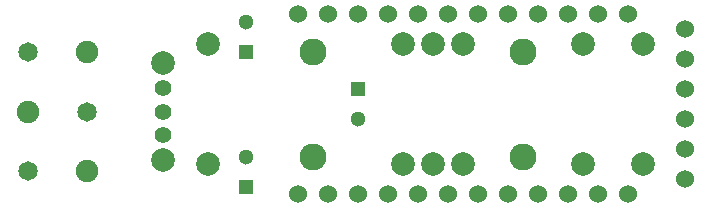
<source format=gbs>
G04 #@! TF.FileFunction,Soldermask,Bot*
%FSLAX46Y46*%
G04 Gerber Fmt 4.6, Leading zero omitted, Abs format (unit mm)*
G04 Created by KiCad (PCBNEW no-vcs-found-product) date Thu 23 Jul 2015 04:44:35 PM CDT*
%MOMM*%
G01*
G04 APERTURE LIST*
%ADD10C,0.127000*%
%ADD11R,1.300000X1.300000*%
%ADD12C,1.300000*%
%ADD13C,1.900000*%
%ADD14C,1.650000*%
%ADD15C,2.286000*%
%ADD16C,1.998980*%
%ADD17C,1.397000*%
%ADD18C,2.000000*%
%ADD19C,1.524000*%
G04 APERTURE END LIST*
D10*
D11*
X151765000Y-120650000D03*
D12*
X151765000Y-118150000D03*
D11*
X151765000Y-109220000D03*
D12*
X151765000Y-106720000D03*
D11*
X161290000Y-112395000D03*
D12*
X161290000Y-114895000D03*
D13*
X133350000Y-114300000D03*
X138350000Y-119300000D03*
X138350000Y-109300000D03*
D14*
X133350000Y-119300000D03*
X133350000Y-109300000D03*
X138350000Y-114300000D03*
D15*
X175260000Y-118110000D03*
X175260000Y-109220000D03*
D16*
X185420000Y-118745000D03*
X185420000Y-108585000D03*
X180340000Y-108585000D03*
X180340000Y-118745000D03*
X148590000Y-108585000D03*
X148590000Y-118745000D03*
X165100000Y-118745000D03*
X165100000Y-108585000D03*
X170180000Y-118745000D03*
X170180000Y-108585000D03*
X167640000Y-108585000D03*
X167640000Y-118745000D03*
D17*
X144780000Y-114300000D03*
X144780000Y-116300000D03*
X144780000Y-112300000D03*
D18*
X144780000Y-110200000D03*
X144780000Y-118400000D03*
D19*
X188976000Y-107315000D03*
X188976000Y-109855000D03*
X188976000Y-112395000D03*
X188976000Y-114935000D03*
X188976000Y-117475000D03*
X188976000Y-120015000D03*
X171450000Y-106045000D03*
X168910000Y-106045000D03*
X166370000Y-106045000D03*
X163830000Y-106045000D03*
X161290000Y-106045000D03*
X158750000Y-106045000D03*
X156210000Y-106045000D03*
X173990000Y-106045000D03*
X176530000Y-106045000D03*
X179070000Y-106045000D03*
X181610000Y-106045000D03*
X184150000Y-106045000D03*
X184150000Y-121285000D03*
X181610000Y-121285000D03*
X179070000Y-121285000D03*
X176530000Y-121285000D03*
X173990000Y-121285000D03*
X168910000Y-121285000D03*
X171450000Y-121285000D03*
X166370000Y-121285000D03*
X163830000Y-121285000D03*
X161290000Y-121285000D03*
X158750000Y-121285000D03*
X156210000Y-121285000D03*
D15*
X157480000Y-118110000D03*
X157480000Y-109220000D03*
M02*

</source>
